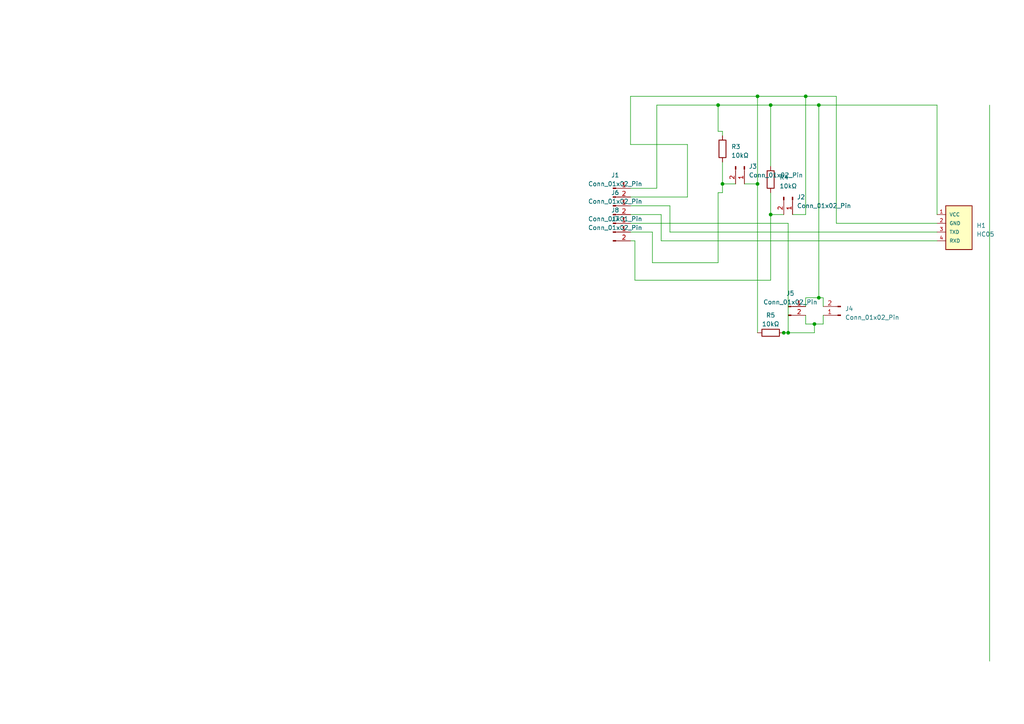
<source format=kicad_sch>
(kicad_sch (version 20230121) (generator eeschema)

  (uuid 0a4ad803-4462-4925-a311-1f2804deb0e9)

  (paper "A4")

  (lib_symbols
    (symbol "Connector:Conn_01x01_Pin" (pin_names (offset 1.016) hide) (in_bom yes) (on_board yes)
      (property "Reference" "J" (at 0 2.54 0)
        (effects (font (size 1.27 1.27)))
      )
      (property "Value" "Conn_01x01_Pin" (at 0 -2.54 0)
        (effects (font (size 1.27 1.27)))
      )
      (property "Footprint" "" (at 0 0 0)
        (effects (font (size 1.27 1.27)) hide)
      )
      (property "Datasheet" "~" (at 0 0 0)
        (effects (font (size 1.27 1.27)) hide)
      )
      (property "ki_locked" "" (at 0 0 0)
        (effects (font (size 1.27 1.27)))
      )
      (property "ki_keywords" "connector" (at 0 0 0)
        (effects (font (size 1.27 1.27)) hide)
      )
      (property "ki_description" "Generic connector, single row, 01x01, script generated" (at 0 0 0)
        (effects (font (size 1.27 1.27)) hide)
      )
      (property "ki_fp_filters" "Connector*:*_1x??_*" (at 0 0 0)
        (effects (font (size 1.27 1.27)) hide)
      )
      (symbol "Conn_01x01_Pin_1_1"
        (polyline
          (pts
            (xy 1.27 0)
            (xy 0.8636 0)
          )
          (stroke (width 0.1524) (type default))
          (fill (type none))
        )
        (rectangle (start 0.8636 0.127) (end 0 -0.127)
          (stroke (width 0.1524) (type default))
          (fill (type outline))
        )
        (pin passive line (at 5.08 0 180) (length 3.81)
          (name "Pin_1" (effects (font (size 1.27 1.27))))
          (number "1" (effects (font (size 1.27 1.27))))
        )
      )
    )
    (symbol "Connector:Conn_01x02_Pin" (pin_names (offset 1.016) hide) (in_bom yes) (on_board yes)
      (property "Reference" "J" (at 0 2.54 0)
        (effects (font (size 1.27 1.27)))
      )
      (property "Value" "Conn_01x02_Pin" (at 0 -5.08 0)
        (effects (font (size 1.27 1.27)))
      )
      (property "Footprint" "" (at 0 0 0)
        (effects (font (size 1.27 1.27)) hide)
      )
      (property "Datasheet" "~" (at 0 0 0)
        (effects (font (size 1.27 1.27)) hide)
      )
      (property "ki_locked" "" (at 0 0 0)
        (effects (font (size 1.27 1.27)))
      )
      (property "ki_keywords" "connector" (at 0 0 0)
        (effects (font (size 1.27 1.27)) hide)
      )
      (property "ki_description" "Generic connector, single row, 01x02, script generated" (at 0 0 0)
        (effects (font (size 1.27 1.27)) hide)
      )
      (property "ki_fp_filters" "Connector*:*_1x??_*" (at 0 0 0)
        (effects (font (size 1.27 1.27)) hide)
      )
      (symbol "Conn_01x02_Pin_1_1"
        (polyline
          (pts
            (xy 1.27 -2.54)
            (xy 0.8636 -2.54)
          )
          (stroke (width 0.1524) (type default))
          (fill (type none))
        )
        (polyline
          (pts
            (xy 1.27 0)
            (xy 0.8636 0)
          )
          (stroke (width 0.1524) (type default))
          (fill (type none))
        )
        (rectangle (start 0.8636 -2.413) (end 0 -2.667)
          (stroke (width 0.1524) (type default))
          (fill (type outline))
        )
        (rectangle (start 0.8636 0.127) (end 0 -0.127)
          (stroke (width 0.1524) (type default))
          (fill (type outline))
        )
        (pin passive line (at 5.08 0 180) (length 3.81)
          (name "Pin_1" (effects (font (size 1.27 1.27))))
          (number "1" (effects (font (size 1.27 1.27))))
        )
        (pin passive line (at 5.08 -2.54 180) (length 3.81)
          (name "Pin_2" (effects (font (size 1.27 1.27))))
          (number "2" (effects (font (size 1.27 1.27))))
        )
      )
    )
    (symbol "Device:R" (pin_numbers hide) (pin_names (offset 0)) (in_bom yes) (on_board yes)
      (property "Reference" "R" (at 2.032 0 90)
        (effects (font (size 1.27 1.27)))
      )
      (property "Value" "R" (at 0 0 90)
        (effects (font (size 1.27 1.27)))
      )
      (property "Footprint" "" (at -1.778 0 90)
        (effects (font (size 1.27 1.27)) hide)
      )
      (property "Datasheet" "~" (at 0 0 0)
        (effects (font (size 1.27 1.27)) hide)
      )
      (property "ki_keywords" "R res resistor" (at 0 0 0)
        (effects (font (size 1.27 1.27)) hide)
      )
      (property "ki_description" "Resistor" (at 0 0 0)
        (effects (font (size 1.27 1.27)) hide)
      )
      (property "ki_fp_filters" "R_*" (at 0 0 0)
        (effects (font (size 1.27 1.27)) hide)
      )
      (symbol "R_0_1"
        (rectangle (start -1.016 -2.54) (end 1.016 2.54)
          (stroke (width 0.254) (type default))
          (fill (type none))
        )
      )
      (symbol "R_1_1"
        (pin passive line (at 0 3.81 270) (length 1.27)
          (name "~" (effects (font (size 1.27 1.27))))
          (number "1" (effects (font (size 1.27 1.27))))
        )
        (pin passive line (at 0 -3.81 90) (length 1.27)
          (name "~" (effects (font (size 1.27 1.27))))
          (number "2" (effects (font (size 1.27 1.27))))
        )
      )
    )
    (symbol "HC05:HC05" (pin_names (offset 1.016)) (in_bom yes) (on_board yes)
      (property "Reference" "H" (at -5.08 5.08 0)
        (effects (font (size 1.27 1.27)) (justify left bottom))
      )
      (property "Value" "HC05" (at -5.08 -10.16 0)
        (effects (font (size 1.27 1.27)) (justify left bottom))
      )
      (property "Footprint" "HC05" (at 0 0 0)
        (effects (font (size 1.27 1.27)) (justify bottom) hide)
      )
      (property "Datasheet" "" (at 0 0 0)
        (effects (font (size 1.27 1.27)) hide)
      )
      (symbol "HC05_0_0"
        (rectangle (start -5.08 -7.62) (end 2.54 5.08)
          (stroke (width 0.254) (type default))
          (fill (type background))
        )
        (pin bidirectional line (at -7.62 2.54 0) (length 2.54)
          (name "VCC" (effects (font (size 1.016 1.016))))
          (number "1" (effects (font (size 1.016 1.016))))
        )
        (pin bidirectional line (at -7.62 0 0) (length 2.54)
          (name "GND" (effects (font (size 1.016 1.016))))
          (number "2" (effects (font (size 1.016 1.016))))
        )
        (pin bidirectional line (at -7.62 -2.54 0) (length 2.54)
          (name "TXD" (effects (font (size 1.016 1.016))))
          (number "3" (effects (font (size 1.016 1.016))))
        )
        (pin bidirectional line (at -7.62 -5.08 0) (length 2.54)
          (name "RXD" (effects (font (size 1.016 1.016))))
          (number "4" (effects (font (size 1.016 1.016))))
        )
      )
    )
  )

  (junction (at 219.71 53.34) (diameter 0) (color 0 0 0 0)
    (uuid 14d39a11-6c11-4a50-935e-7b0c6ab66ff0)
  )
  (junction (at 236.22 93.98) (diameter 0) (color 0 0 0 0)
    (uuid 2204d5d0-d9c7-4076-9b05-7f7303607306)
  )
  (junction (at 223.52 30.48) (diameter 0) (color 0 0 0 0)
    (uuid 51554d81-8913-4c9c-809b-c2b8443d2dba)
  )
  (junction (at 223.52 62.23) (diameter 0) (color 0 0 0 0)
    (uuid 5a1254fd-40c3-4be5-826a-27a9a13a86f1)
  )
  (junction (at 219.71 27.94) (diameter 0) (color 0 0 0 0)
    (uuid 868cea27-534a-4219-9c66-6cfcded52521)
  )
  (junction (at 228.6 96.52) (diameter 0) (color 0 0 0 0)
    (uuid 8cd84f25-feb2-432e-8eda-8ad1480c3ba7)
  )
  (junction (at 209.55 53.34) (diameter 0) (color 0 0 0 0)
    (uuid 90491535-89b4-4760-b31f-a146cbf6d3df)
  )
  (junction (at 237.49 30.48) (diameter 0) (color 0 0 0 0)
    (uuid aa0b4432-56de-43ec-adf5-23b3772a19f8)
  )
  (junction (at 233.68 27.94) (diameter 0) (color 0 0 0 0)
    (uuid d766bbe7-b419-497f-9c97-4c810cd60450)
  )
  (junction (at 208.28 30.48) (diameter 0) (color 0 0 0 0)
    (uuid d7c57839-5f2e-4bc6-bd1d-0663594289ea)
  )
  (junction (at 237.49 86.36) (diameter 0) (color 0 0 0 0)
    (uuid d869a113-5d73-4aca-9ae1-74be09b3ed0c)
  )
  (junction (at 227.33 96.52) (diameter 0) (color 0 0 0 0)
    (uuid f4c7d860-c023-4110-a178-0f5be87eb095)
  )

  (wire (pts (xy 208.28 30.48) (xy 223.52 30.48))
    (stroke (width 0) (type default))
    (uuid 014f2db5-3770-4eb9-b026-ca10907876e9)
  )
  (wire (pts (xy 189.23 76.2) (xy 189.23 67.31))
    (stroke (width 0) (type default))
    (uuid 069a0edd-5ee9-4ecb-b2a2-655a26123817)
  )
  (wire (pts (xy 182.88 59.69) (xy 194.31 59.69))
    (stroke (width 0) (type default))
    (uuid 0b8c041e-1a29-4115-825d-3a45622aeecb)
  )
  (wire (pts (xy 182.88 57.15) (xy 199.39 57.15))
    (stroke (width 0) (type default))
    (uuid 0fd9d1b2-edef-4608-8a7a-d2c45a0b4b93)
  )
  (wire (pts (xy 190.5 30.48) (xy 208.28 30.48))
    (stroke (width 0) (type default))
    (uuid 120ad106-c2dd-4901-8dd8-b768f4ec8208)
  )
  (wire (pts (xy 191.77 69.85) (xy 191.77 62.23))
    (stroke (width 0) (type default))
    (uuid 142d6676-4d17-462b-b528-d2980309b6c2)
  )
  (wire (pts (xy 237.49 30.48) (xy 271.78 30.48))
    (stroke (width 0) (type default))
    (uuid 19e56c2b-6761-4f51-a0dd-cec460a6a815)
  )
  (wire (pts (xy 236.22 93.98) (xy 238.76 93.98))
    (stroke (width 0) (type default))
    (uuid 1c0fdc7e-61d9-4382-9670-f3dd95e73d67)
  )
  (wire (pts (xy 208.28 76.2) (xy 189.23 76.2))
    (stroke (width 0) (type default))
    (uuid 1ccfe56d-93a3-4ad4-a82a-2cf5c5da820e)
  )
  (wire (pts (xy 191.77 62.23) (xy 182.88 62.23))
    (stroke (width 0) (type default))
    (uuid 1f63ea74-dc5c-451c-8c87-39a218ba34e7)
  )
  (wire (pts (xy 238.76 86.36) (xy 238.76 88.9))
    (stroke (width 0) (type default))
    (uuid 21e7493b-c0c8-4679-a7b5-0015d2a716e3)
  )
  (wire (pts (xy 223.52 55.88) (xy 223.52 62.23))
    (stroke (width 0) (type default))
    (uuid 2738c55c-df1b-42b0-876a-2ec3f0ece0a6)
  )
  (wire (pts (xy 233.68 86.36) (xy 233.68 88.9))
    (stroke (width 0) (type default))
    (uuid 27b59380-1c4e-4f0f-bf34-706e3e21b215)
  )
  (wire (pts (xy 209.55 46.99) (xy 209.55 53.34))
    (stroke (width 0) (type default))
    (uuid 2d77e800-663d-488d-ad2b-735b684425fc)
  )
  (wire (pts (xy 242.57 64.77) (xy 242.57 27.94))
    (stroke (width 0) (type default))
    (uuid 2eef1b9d-36d5-41c9-b200-3a67f7d75c9a)
  )
  (wire (pts (xy 209.55 53.34) (xy 209.55 55.88))
    (stroke (width 0) (type default))
    (uuid 301546f2-4c72-49a5-a0f8-8bfa3ad84b72)
  )
  (wire (pts (xy 219.71 53.34) (xy 219.71 96.52))
    (stroke (width 0) (type default))
    (uuid 30647425-fa57-491a-a63d-56cf5639f399)
  )
  (wire (pts (xy 219.71 27.94) (xy 233.68 27.94))
    (stroke (width 0) (type default))
    (uuid 33ed7201-3f97-45e2-9e68-61c56556f887)
  )
  (wire (pts (xy 223.52 30.48) (xy 223.52 48.26))
    (stroke (width 0) (type default))
    (uuid 3b90d98d-22f7-4b22-a357-46d2cc481021)
  )
  (wire (pts (xy 233.68 27.94) (xy 242.57 27.94))
    (stroke (width 0) (type default))
    (uuid 44456c41-dbf9-4dfa-b6d5-e5c2133f559e)
  )
  (wire (pts (xy 271.78 67.31) (xy 194.31 67.31))
    (stroke (width 0) (type default))
    (uuid 4f40b9da-bebe-44ee-9cac-c6ff14408436)
  )
  (wire (pts (xy 208.28 55.88) (xy 208.28 76.2))
    (stroke (width 0) (type default))
    (uuid 539d7ba2-e4d4-4c3b-90d3-2a8ec7cdb425)
  )
  (wire (pts (xy 228.6 96.52) (xy 228.6 64.77))
    (stroke (width 0) (type default))
    (uuid 53ce5781-a4eb-4727-8fa5-a24665a1394a)
  )
  (wire (pts (xy 238.76 91.44) (xy 238.76 93.98))
    (stroke (width 0) (type default))
    (uuid 580ca642-6710-453c-9804-657ebe2d9727)
  )
  (wire (pts (xy 182.88 64.77) (xy 228.6 64.77))
    (stroke (width 0) (type default))
    (uuid 5ab707d4-eb45-41fd-b7b9-8aeba57875ab)
  )
  (wire (pts (xy 219.71 27.94) (xy 219.71 53.34))
    (stroke (width 0) (type default))
    (uuid 60c0a67b-6702-4950-8867-48e467bd9cc1)
  )
  (wire (pts (xy 236.22 96.52) (xy 236.22 93.98))
    (stroke (width 0) (type default))
    (uuid 640a86ef-f301-4dbc-824a-bfecf0d35aa3)
  )
  (wire (pts (xy 287.02 30.48) (xy 287.02 191.77))
    (stroke (width 0) (type default))
    (uuid 661a4c6a-ae35-4aa7-8704-be56e77e70a8)
  )
  (wire (pts (xy 223.52 81.28) (xy 184.15 81.28))
    (stroke (width 0) (type default))
    (uuid 6aab1038-5a18-4820-bfc4-5b42f65d4feb)
  )
  (wire (pts (xy 233.68 91.44) (xy 233.68 93.98))
    (stroke (width 0) (type default))
    (uuid 6bcb47ed-db1c-43ad-abf4-a26e462b7b8f)
  )
  (wire (pts (xy 233.68 86.36) (xy 237.49 86.36))
    (stroke (width 0) (type default))
    (uuid 714dc2e0-9345-4cd6-be18-fcbae6a9056f)
  )
  (wire (pts (xy 190.5 54.61) (xy 182.88 54.61))
    (stroke (width 0) (type default))
    (uuid 789814ad-cd6c-4b25-a2f4-3f4cd4f52375)
  )
  (wire (pts (xy 182.88 27.94) (xy 219.71 27.94))
    (stroke (width 0) (type default))
    (uuid 8390bc76-a848-40d1-8b97-600b453a041b)
  )
  (wire (pts (xy 237.49 30.48) (xy 237.49 86.36))
    (stroke (width 0) (type default))
    (uuid 87ce91fe-800b-443c-a79a-0c3b042ef820)
  )
  (wire (pts (xy 233.68 93.98) (xy 236.22 93.98))
    (stroke (width 0) (type default))
    (uuid 9400dc1e-b773-49a0-8235-57d05e6c7c5b)
  )
  (wire (pts (xy 209.55 55.88) (xy 208.28 55.88))
    (stroke (width 0) (type default))
    (uuid 9a19458e-b79e-4897-888d-7310962fcc62)
  )
  (wire (pts (xy 182.88 69.85) (xy 184.15 69.85))
    (stroke (width 0) (type default))
    (uuid 9bee97dc-bef7-4255-a518-3251870e75ad)
  )
  (wire (pts (xy 215.9 53.34) (xy 219.71 53.34))
    (stroke (width 0) (type default))
    (uuid 9c55d763-77f7-491c-8f0d-86c8e3ecb3e5)
  )
  (wire (pts (xy 226.06 96.52) (xy 227.33 96.52))
    (stroke (width 0) (type default))
    (uuid 9d379670-237e-4ba0-837e-295e3b18788c)
  )
  (wire (pts (xy 271.78 64.77) (xy 242.57 64.77))
    (stroke (width 0) (type default))
    (uuid a1addec3-e36c-4070-aae5-0ebb35167e5c)
  )
  (wire (pts (xy 233.68 62.23) (xy 233.68 27.94))
    (stroke (width 0) (type default))
    (uuid a342a27d-c8c0-4464-a737-e1d64aab612a)
  )
  (wire (pts (xy 208.28 38.1) (xy 208.28 30.48))
    (stroke (width 0) (type default))
    (uuid a376840b-06c9-4e48-9e06-ed8063888d15)
  )
  (wire (pts (xy 271.78 69.85) (xy 191.77 69.85))
    (stroke (width 0) (type default))
    (uuid a6742666-9792-42cb-91c8-2148b1a301f3)
  )
  (wire (pts (xy 237.49 86.36) (xy 238.76 86.36))
    (stroke (width 0) (type default))
    (uuid a974bc0a-879e-404f-a76f-4198a9cc1be3)
  )
  (wire (pts (xy 182.88 27.94) (xy 182.88 41.91))
    (stroke (width 0) (type default))
    (uuid aa619233-7570-4d7e-9e0a-7daf657674e0)
  )
  (wire (pts (xy 223.52 30.48) (xy 237.49 30.48))
    (stroke (width 0) (type default))
    (uuid ac343f2e-01a1-468a-95bc-5ef9022cd420)
  )
  (wire (pts (xy 182.88 41.91) (xy 199.39 41.91))
    (stroke (width 0) (type default))
    (uuid b74ec7b1-a1ec-4d33-85de-c73f61f75a7a)
  )
  (wire (pts (xy 229.87 62.23) (xy 233.68 62.23))
    (stroke (width 0) (type default))
    (uuid bb307a71-f29f-4da5-bfb4-b618d6f13e27)
  )
  (wire (pts (xy 223.52 62.23) (xy 223.52 81.28))
    (stroke (width 0) (type default))
    (uuid c3a7739d-1728-44a1-9d3d-1bc060e8f197)
  )
  (wire (pts (xy 190.5 30.48) (xy 190.5 54.61))
    (stroke (width 0) (type default))
    (uuid cecfe8a1-ab73-4410-9d89-4f3cdfe98d11)
  )
  (wire (pts (xy 228.6 96.52) (xy 236.22 96.52))
    (stroke (width 0) (type default))
    (uuid d02f5dd2-0284-456e-9d5c-a263b5b03fa4)
  )
  (wire (pts (xy 184.15 81.28) (xy 184.15 69.85))
    (stroke (width 0) (type default))
    (uuid d35ac48e-6c00-462a-bd23-aafe32df875f)
  )
  (wire (pts (xy 223.52 62.23) (xy 227.33 62.23))
    (stroke (width 0) (type default))
    (uuid d41b0bf5-9978-4b88-98f1-a4ff841e3b26)
  )
  (wire (pts (xy 209.55 38.1) (xy 209.55 39.37))
    (stroke (width 0) (type default))
    (uuid d637f085-b816-4327-a777-e1eddd54c497)
  )
  (wire (pts (xy 199.39 41.91) (xy 199.39 57.15))
    (stroke (width 0) (type default))
    (uuid dee3d505-e889-4aa3-a1ed-28820a8def61)
  )
  (wire (pts (xy 189.23 67.31) (xy 182.88 67.31))
    (stroke (width 0) (type default))
    (uuid e3c9ee20-960d-4831-a342-dc8e7f691acf)
  )
  (wire (pts (xy 194.31 67.31) (xy 194.31 59.69))
    (stroke (width 0) (type default))
    (uuid e4cdb363-01dc-4a0d-9fc4-6d122afaeba0)
  )
  (wire (pts (xy 271.78 62.23) (xy 271.78 30.48))
    (stroke (width 0) (type default))
    (uuid f8f16eda-eec5-49f4-b6e3-912f8b6fec1e)
  )
  (wire (pts (xy 227.33 96.52) (xy 228.6 96.52))
    (stroke (width 0) (type default))
    (uuid f96fb9d4-96c5-4d24-ae1e-362d8087268a)
  )
  (wire (pts (xy 209.55 38.1) (xy 208.28 38.1))
    (stroke (width 0) (type default))
    (uuid ffc778b1-45a8-4796-ad93-100c3847945d)
  )
  (wire (pts (xy 209.55 53.34) (xy 213.36 53.34))
    (stroke (width 0) (type default))
    (uuid fff942fc-170a-4b4a-b20e-1067ef695e16)
  )

  (symbol (lib_id "Connector:Conn_01x02_Pin") (at 177.8 54.61 0) (unit 1)
    (in_bom yes) (on_board yes) (dnp no) (fields_autoplaced)
    (uuid 034c81e1-4acc-46a0-a945-8d7ca5c0ae6d)
    (property "Reference" "J1" (at 178.435 50.8 0)
      (effects (font (size 1.27 1.27)))
    )
    (property "Value" "Conn_01x02_Pin" (at 178.435 53.34 0)
      (effects (font (size 1.27 1.27)))
    )
    (property "Footprint" "Connector_PinHeader_2.54mm:PinHeader_1x02_P2.54mm_Vertical" (at 177.8 54.61 0)
      (effects (font (size 1.27 1.27)) hide)
    )
    (property "Datasheet" "~" (at 177.8 54.61 0)
      (effects (font (size 1.27 1.27)) hide)
    )
    (pin "1" (uuid 2b506207-72d0-4dd9-9336-3f0fbe861485))
    (pin "2" (uuid c56eca6e-76b8-4b4b-bb64-d8e22d7fe3ec))
    (instances
      (project "Front Control Panel"
        (path "/0a4ad803-4462-4925-a311-1f2804deb0e9"
          (reference "J1") (unit 1)
        )
      )
    )
  )

  (symbol (lib_id "Connector:Conn_01x02_Pin") (at 243.84 91.44 180) (unit 1)
    (in_bom yes) (on_board yes) (dnp no) (fields_autoplaced)
    (uuid 37695e04-4d3e-476e-9c41-52956aa1c08c)
    (property "Reference" "J4" (at 245.11 89.535 0)
      (effects (font (size 1.27 1.27)) (justify right))
    )
    (property "Value" "Conn_01x02_Pin" (at 245.11 92.075 0)
      (effects (font (size 1.27 1.27)) (justify right))
    )
    (property "Footprint" "Connector_PinHeader_2.54mm:PinHeader_1x02_P2.54mm_Vertical" (at 243.84 91.44 0)
      (effects (font (size 1.27 1.27)) hide)
    )
    (property "Datasheet" "~" (at 243.84 91.44 0)
      (effects (font (size 1.27 1.27)) hide)
    )
    (pin "1" (uuid 9335506e-6cf5-4934-a056-ee0f79002753))
    (pin "2" (uuid 6a0b29cc-892e-40db-a79c-84ce20d13a0b))
    (instances
      (project "Front Control Panel"
        (path "/0a4ad803-4462-4925-a311-1f2804deb0e9"
          (reference "J4") (unit 1)
        )
      )
    )
  )

  (symbol (lib_id "Device:R") (at 223.52 96.52 90) (unit 1)
    (in_bom yes) (on_board yes) (dnp no) (fields_autoplaced)
    (uuid 3e71fb00-30b7-494d-91c1-4753905783e6)
    (property "Reference" "R5" (at 223.52 91.44 90)
      (effects (font (size 1.27 1.27)))
    )
    (property "Value" "10kΩ" (at 223.52 93.98 90)
      (effects (font (size 1.27 1.27)))
    )
    (property "Footprint" "Resistor_THT:R_Axial_DIN0207_L6.3mm_D2.5mm_P10.16mm_Horizontal" (at 223.52 98.298 90)
      (effects (font (size 1.27 1.27)) hide)
    )
    (property "Datasheet" "~" (at 223.52 96.52 0)
      (effects (font (size 1.27 1.27)) hide)
    )
    (pin "1" (uuid ec7ef53e-6af2-4038-8c4d-099c814244e4))
    (pin "2" (uuid d228eddc-cda6-40a1-a86a-16f17e4c1c8f))
    (instances
      (project "Front Control Panel"
        (path "/0a4ad803-4462-4925-a311-1f2804deb0e9"
          (reference "R5") (unit 1)
        )
      )
      (project "PCB v2"
        (path "/83d2992c-3806-4920-b0ec-986374003844"
          (reference "R5") (unit 1)
        )
      )
    )
  )

  (symbol (lib_id "Connector:Conn_01x02_Pin") (at 215.9 48.26 270) (unit 1)
    (in_bom yes) (on_board yes) (dnp no) (fields_autoplaced)
    (uuid 42173b56-d6f4-49f4-a5d5-0220322ee0ea)
    (property "Reference" "J3" (at 217.17 48.26 90)
      (effects (font (size 1.27 1.27)) (justify left))
    )
    (property "Value" "Conn_01x02_Pin" (at 217.17 50.8 90)
      (effects (font (size 1.27 1.27)) (justify left))
    )
    (property "Footprint" "Connector_PinHeader_2.54mm:PinHeader_1x02_P2.54mm_Vertical" (at 215.9 48.26 0)
      (effects (font (size 1.27 1.27)) hide)
    )
    (property "Datasheet" "~" (at 215.9 48.26 0)
      (effects (font (size 1.27 1.27)) hide)
    )
    (pin "1" (uuid 8060732a-2e02-405b-ac4d-f742402565e5))
    (pin "2" (uuid dc01b36a-620c-4adf-80b6-2749e03d5484))
    (instances
      (project "Front Control Panel"
        (path "/0a4ad803-4462-4925-a311-1f2804deb0e9"
          (reference "J3") (unit 1)
        )
      )
    )
  )

  (symbol (lib_id "HC05:HC05") (at 279.4 64.77 0) (unit 1)
    (in_bom yes) (on_board yes) (dnp no) (fields_autoplaced)
    (uuid 5b838a14-da68-4f39-864c-432ab8f39203)
    (property "Reference" "H1" (at 283.21 65.405 0)
      (effects (font (size 1.27 1.27)) (justify left))
    )
    (property "Value" "HC05" (at 283.21 67.945 0)
      (effects (font (size 1.27 1.27)) (justify left))
    )
    (property "Footprint" "HC05:HC05" (at 279.4 64.77 0)
      (effects (font (size 1.27 1.27)) (justify bottom) hide)
    )
    (property "Datasheet" "" (at 279.4 64.77 0)
      (effects (font (size 1.27 1.27)) hide)
    )
    (pin "1" (uuid 78ca23d1-65b9-4f57-87d2-67e074584888))
    (pin "2" (uuid e75260df-2e30-49d5-802f-61b976eb41cd))
    (pin "3" (uuid 7b9236e4-e990-4afe-b4ff-79ff3a3c17ca))
    (pin "4" (uuid 5939cbfb-2b82-4b6d-b35e-7ec64862a60d))
    (instances
      (project "Front Control Panel"
        (path "/0a4ad803-4462-4925-a311-1f2804deb0e9"
          (reference "H1") (unit 1)
        )
      )
      (project "PCB v2"
        (path "/83d2992c-3806-4920-b0ec-986374003844"
          (reference "H1") (unit 1)
        )
      )
    )
  )

  (symbol (lib_id "Connector:Conn_01x02_Pin") (at 228.6 88.9 0) (unit 1)
    (in_bom yes) (on_board yes) (dnp no) (fields_autoplaced)
    (uuid 7aeb5957-07e0-4068-b035-da1da6ce3c63)
    (property "Reference" "J5" (at 229.235 85.09 0)
      (effects (font (size 1.27 1.27)))
    )
    (property "Value" "Conn_01x02_Pin" (at 229.235 87.63 0)
      (effects (font (size 1.27 1.27)))
    )
    (property "Footprint" "Connector_PinHeader_2.54mm:PinHeader_1x02_P2.54mm_Vertical" (at 228.6 88.9 0)
      (effects (font (size 1.27 1.27)) hide)
    )
    (property "Datasheet" "~" (at 228.6 88.9 0)
      (effects (font (size 1.27 1.27)) hide)
    )
    (pin "1" (uuid 27dc61e2-6989-40f5-bfb3-6bb18d70b3b1))
    (pin "2" (uuid 5f9461cf-acab-4b8c-bf1c-082d78d5281d))
    (instances
      (project "Front Control Panel"
        (path "/0a4ad803-4462-4925-a311-1f2804deb0e9"
          (reference "J5") (unit 1)
        )
      )
    )
  )

  (symbol (lib_id "Device:R") (at 209.55 43.18 0) (unit 1)
    (in_bom yes) (on_board yes) (dnp no) (fields_autoplaced)
    (uuid 900fb8e4-eede-439e-89e3-583225c55879)
    (property "Reference" "R3" (at 212.09 42.545 0)
      (effects (font (size 1.27 1.27)) (justify left))
    )
    (property "Value" "10kΩ" (at 212.09 45.085 0)
      (effects (font (size 1.27 1.27)) (justify left))
    )
    (property "Footprint" "Resistor_THT:R_Axial_DIN0207_L6.3mm_D2.5mm_P10.16mm_Horizontal" (at 207.772 43.18 90)
      (effects (font (size 1.27 1.27)) hide)
    )
    (property "Datasheet" "~" (at 209.55 43.18 0)
      (effects (font (size 1.27 1.27)) hide)
    )
    (pin "1" (uuid da3b748e-b053-4f72-a0da-d97548a9c3e2))
    (pin "2" (uuid 7a03dbe6-39dd-4428-8e6b-ff2322f5711b))
    (instances
      (project "Front Control Panel"
        (path "/0a4ad803-4462-4925-a311-1f2804deb0e9"
          (reference "R3") (unit 1)
        )
      )
      (project "PCB v2"
        (path "/83d2992c-3806-4920-b0ec-986374003844"
          (reference "R7") (unit 1)
        )
      )
    )
  )

  (symbol (lib_id "Connector:Conn_01x01_Pin") (at 177.8 64.77 0) (unit 1)
    (in_bom yes) (on_board yes) (dnp no) (fields_autoplaced)
    (uuid dd903392-2d8b-447d-aa58-91b5d9d215e0)
    (property "Reference" "J8" (at 178.435 60.96 0)
      (effects (font (size 1.27 1.27)))
    )
    (property "Value" "Conn_01x01_Pin" (at 178.435 63.5 0)
      (effects (font (size 1.27 1.27)))
    )
    (property "Footprint" "Connector_PinHeader_2.54mm:PinHeader_1x01_P2.54mm_Vertical" (at 177.8 64.77 0)
      (effects (font (size 1.27 1.27)) hide)
    )
    (property "Datasheet" "~" (at 177.8 64.77 0)
      (effects (font (size 1.27 1.27)) hide)
    )
    (pin "1" (uuid 837e5da9-e70e-4640-a4d4-be4c59810891))
    (instances
      (project "Front Control Panel"
        (path "/0a4ad803-4462-4925-a311-1f2804deb0e9"
          (reference "J8") (unit 1)
        )
      )
    )
  )

  (symbol (lib_id "Device:R") (at 223.52 52.07 0) (unit 1)
    (in_bom yes) (on_board yes) (dnp no) (fields_autoplaced)
    (uuid e9d48e9f-727c-47d2-845c-09f05d9943e9)
    (property "Reference" "R4" (at 226.06 51.435 0)
      (effects (font (size 1.27 1.27)) (justify left))
    )
    (property "Value" "10kΩ" (at 226.06 53.975 0)
      (effects (font (size 1.27 1.27)) (justify left))
    )
    (property "Footprint" "Resistor_THT:R_Axial_DIN0207_L6.3mm_D2.5mm_P10.16mm_Horizontal" (at 221.742 52.07 90)
      (effects (font (size 1.27 1.27)) hide)
    )
    (property "Datasheet" "~" (at 223.52 52.07 0)
      (effects (font (size 1.27 1.27)) hide)
    )
    (pin "1" (uuid c8c499da-aed5-4707-a659-2661e5c385da))
    (pin "2" (uuid 2d463a94-f7b7-4ae9-955f-d45a1aaec588))
    (instances
      (project "Front Control Panel"
        (path "/0a4ad803-4462-4925-a311-1f2804deb0e9"
          (reference "R4") (unit 1)
        )
      )
      (project "PCB v2"
        (path "/83d2992c-3806-4920-b0ec-986374003844"
          (reference "R6") (unit 1)
        )
      )
    )
  )

  (symbol (lib_id "Connector:Conn_01x02_Pin") (at 229.87 57.15 270) (unit 1)
    (in_bom yes) (on_board yes) (dnp no) (fields_autoplaced)
    (uuid f32c6f82-fdb5-4794-a4f5-f80baa80ccce)
    (property "Reference" "J2" (at 231.14 57.15 90)
      (effects (font (size 1.27 1.27)) (justify left))
    )
    (property "Value" "Conn_01x02_Pin" (at 231.14 59.69 90)
      (effects (font (size 1.27 1.27)) (justify left))
    )
    (property "Footprint" "Connector_PinHeader_2.54mm:PinHeader_1x02_P2.54mm_Vertical" (at 229.87 57.15 0)
      (effects (font (size 1.27 1.27)) hide)
    )
    (property "Datasheet" "~" (at 229.87 57.15 0)
      (effects (font (size 1.27 1.27)) hide)
    )
    (pin "1" (uuid c46fe557-aec2-4824-983f-44fcb9b71c39))
    (pin "2" (uuid 36c4efce-9b58-4552-b19f-6c3699f816f2))
    (instances
      (project "Front Control Panel"
        (path "/0a4ad803-4462-4925-a311-1f2804deb0e9"
          (reference "J2") (unit 1)
        )
      )
    )
  )

  (symbol (lib_id "Connector:Conn_01x02_Pin") (at 177.8 59.69 0) (unit 1)
    (in_bom yes) (on_board yes) (dnp no) (fields_autoplaced)
    (uuid f9cd9272-0286-4d58-859f-12bd3a5cf53e)
    (property "Reference" "J6" (at 178.435 55.88 0)
      (effects (font (size 1.27 1.27)))
    )
    (property "Value" "Conn_01x02_Pin" (at 178.435 58.42 0)
      (effects (font (size 1.27 1.27)))
    )
    (property "Footprint" "Connector_PinHeader_2.54mm:PinHeader_1x02_P2.54mm_Vertical" (at 177.8 59.69 0)
      (effects (font (size 1.27 1.27)) hide)
    )
    (property "Datasheet" "~" (at 177.8 59.69 0)
      (effects (font (size 1.27 1.27)) hide)
    )
    (pin "1" (uuid 37ad2554-8f88-4aa6-a7b0-1d257a85f6cd))
    (pin "2" (uuid 05a3e229-de1d-46b4-bcf3-cbce8a54970e))
    (instances
      (project "Front Control Panel"
        (path "/0a4ad803-4462-4925-a311-1f2804deb0e9"
          (reference "J6") (unit 1)
        )
      )
    )
  )

  (symbol (lib_id "Connector:Conn_01x02_Pin") (at 177.8 67.31 0) (unit 1)
    (in_bom yes) (on_board yes) (dnp no) (fields_autoplaced)
    (uuid fee27b10-545f-4282-ab57-1a5035d1d7de)
    (property "Reference" "J7" (at 178.435 63.5 0)
      (effects (font (size 1.27 1.27)))
    )
    (property "Value" "Conn_01x02_Pin" (at 178.435 66.04 0)
      (effects (font (size 1.27 1.27)))
    )
    (property "Footprint" "Connector_PinHeader_2.54mm:PinHeader_1x02_P2.54mm_Vertical" (at 177.8 67.31 0)
      (effects (font (size 1.27 1.27)) hide)
    )
    (property "Datasheet" "~" (at 177.8 67.31 0)
      (effects (font (size 1.27 1.27)) hide)
    )
    (pin "1" (uuid 87195717-e6a7-485b-beed-48357092c792))
    (pin "2" (uuid 58c64b2e-8f3f-4945-bc1d-6f03cab4a47b))
    (instances
      (project "Front Control Panel"
        (path "/0a4ad803-4462-4925-a311-1f2804deb0e9"
          (reference "J7") (unit 1)
        )
      )
    )
  )

  (sheet_instances
    (path "/" (page "1"))
  )
)

</source>
